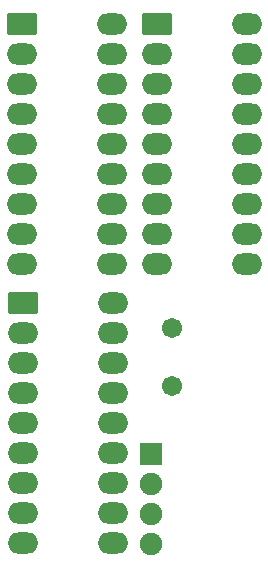
<source format=gbs>
G04 Layer: BottomSolderMaskLayer*
G04 EasyEDA v6.5.34, 2023-08-27 08:43:48*
G04 90a6fbf4bffc4057ae6bdd16324da943,d57712b53ce844a48ecc409583de2b89,10*
G04 Gerber Generator version 0.2*
G04 Scale: 100 percent, Rotated: No, Reflected: No *
G04 Dimensions in millimeters *
G04 leading zeros omitted , absolute positions ,4 integer and 5 decimal *
%FSLAX45Y45*%
%MOMM*%

%AMMACRO1*1,1,$1,$2,$3*1,1,$1,$4,$5*1,1,$1,0-$2,0-$3*1,1,$1,0-$4,0-$5*20,1,$1,$2,$3,$4,$5,0*20,1,$1,$4,$5,0-$2,0-$3,0*20,1,$1,0-$2,0-$3,0-$4,0-$5,0*20,1,$1,0-$4,0-$5,$2,$3,0*4,1,4,$2,$3,$4,$5,0-$2,0-$3,0-$4,0-$5,$2,$3,0*%
%ADD10MACRO1,0.2032X-0.85X0.85X0.85X0.85*%
%ADD11C,1.9032*%
%ADD12MACRO1,0.2032X-1.2X0.8X1.2X0.8*%
%ADD13O,2.6031952X1.8031968*%
%ADD14C,1.7032*%

%LPD*%
D10*
G01*
X2006601Y4749798D03*
D11*
G01*
X2006600Y4495800D03*
G01*
X2006600Y4241800D03*
G01*
X2006600Y3987800D03*
D12*
G01*
X914400Y8394700D03*
D13*
G01*
X1676400Y6362700D03*
G01*
X914400Y8140700D03*
G01*
X1676400Y6616700D03*
G01*
X914400Y7886700D03*
G01*
X1676400Y6870700D03*
G01*
X914400Y7632700D03*
G01*
X1676400Y7124700D03*
G01*
X914400Y7378700D03*
G01*
X1676400Y7378700D03*
G01*
X914400Y7124700D03*
G01*
X1676400Y7632700D03*
G01*
X914400Y6870700D03*
G01*
X1676400Y7886700D03*
G01*
X914400Y6616700D03*
G01*
X1676400Y8140700D03*
G01*
X914400Y6362700D03*
G01*
X1676400Y8394700D03*
D12*
G01*
X2057400Y8394700D03*
D13*
G01*
X2819400Y6362700D03*
G01*
X2057400Y8140700D03*
G01*
X2819400Y6616700D03*
G01*
X2057400Y7886700D03*
G01*
X2819400Y6870700D03*
G01*
X2057400Y7632700D03*
G01*
X2819400Y7124700D03*
G01*
X2057400Y7378700D03*
G01*
X2819400Y7378700D03*
G01*
X2057400Y7124700D03*
G01*
X2819400Y7632700D03*
G01*
X2057400Y6870700D03*
G01*
X2819400Y7886700D03*
G01*
X2057400Y6616700D03*
G01*
X2819400Y8140700D03*
G01*
X2057400Y6362700D03*
G01*
X2819400Y8394700D03*
D12*
G01*
X927100Y6032500D03*
D13*
G01*
X1689100Y4000500D03*
G01*
X927100Y5778500D03*
G01*
X1689100Y4254500D03*
G01*
X927100Y5524500D03*
G01*
X1689100Y4508500D03*
G01*
X927100Y5270500D03*
G01*
X1689100Y4762500D03*
G01*
X927100Y5016500D03*
G01*
X1689100Y5016500D03*
G01*
X927100Y4762500D03*
G01*
X1689100Y5270500D03*
G01*
X927100Y4508500D03*
G01*
X1689100Y5524500D03*
G01*
X927100Y4254500D03*
G01*
X1689100Y5778500D03*
G01*
X927100Y4000500D03*
G01*
X1689100Y6032500D03*
D14*
G01*
X2184400Y5330291D03*
G01*
X2184400Y5820282D03*
M02*

</source>
